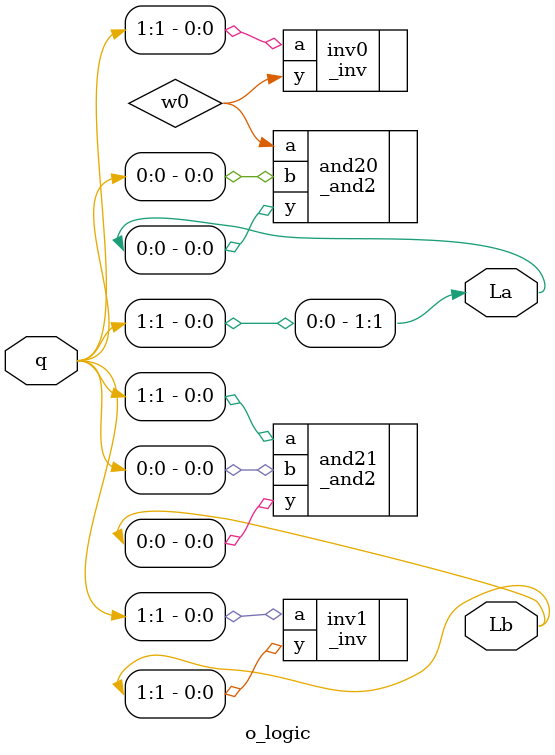
<source format=v>
module o_logic(La, Lb, q);
	
	input [1:0] q;				// 2bit input port
	output [1:0] La, Lb;		// 2bit output ports
	
	assign La[1] = q[1];								
	_inv inv0	(.a(q[1]), .y(w0));					// w0 = ~q[1]
	_and2 and20 (.a(w0), .b(q[0]),. y(La[0]));	// La[0] = w0 & q[0]
	_inv inv1	(.a(q[1]), .y(Lb[1]));				// Lb[1] = ~q[1]
	_and2 and21	(.a(q[1]),. b(q[0]), .y(Lb[0]));	// Lb[0] = q[1] & q[0]

endmodule


</source>
